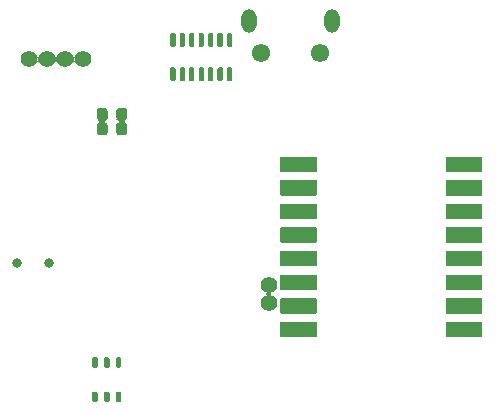
<source format=gbs>
G04 #@! TF.GenerationSoftware,KiCad,Pcbnew,(5.1.7)-1*
G04 #@! TF.CreationDate,2020-10-26T16:21:14+03:00*
G04 #@! TF.ProjectId,body_temp,626f6479-5f74-4656-9d70-2e6b69636164,rev?*
G04 #@! TF.SameCoordinates,Original*
G04 #@! TF.FileFunction,Soldermask,Bot*
G04 #@! TF.FilePolarity,Negative*
%FSLAX46Y46*%
G04 Gerber Fmt 4.6, Leading zero omitted, Abs format (unit mm)*
G04 Created by KiCad (PCBNEW (5.1.7)-1) date 2020-10-26 16:21:14*
%MOMM*%
%LPD*%
G01*
G04 APERTURE LIST*
%ADD10C,0.802000*%
%ADD11C,1.402000*%
%ADD12C,1.552000*%
%ADD13O,1.302000X2.002000*%
%ADD14C,0.100000*%
G04 APERTURE END LIST*
G36*
G01*
X24909500Y-48116000D02*
X25160500Y-48116000D01*
G75*
G02*
X25286000Y-48241500I0J-125500D01*
G01*
X25286000Y-48892500D01*
G75*
G02*
X25160500Y-49018000I-125500J0D01*
G01*
X24909500Y-49018000D01*
G75*
G02*
X24784000Y-48892500I0J125500D01*
G01*
X24784000Y-48241500D01*
G75*
G02*
X24909500Y-48116000I125500J0D01*
G01*
G37*
G36*
G01*
X25909500Y-48116000D02*
X26160500Y-48116000D01*
G75*
G02*
X26286000Y-48241500I0J-125500D01*
G01*
X26286000Y-48892500D01*
G75*
G02*
X26160500Y-49018000I-125500J0D01*
G01*
X25909500Y-49018000D01*
G75*
G02*
X25784000Y-48892500I0J125500D01*
G01*
X25784000Y-48241500D01*
G75*
G02*
X25909500Y-48116000I125500J0D01*
G01*
G37*
G36*
G01*
X26909500Y-48116000D02*
X27160500Y-48116000D01*
G75*
G02*
X27286000Y-48241500I0J-125500D01*
G01*
X27286000Y-48892500D01*
G75*
G02*
X27160500Y-49018000I-125500J0D01*
G01*
X26909500Y-49018000D01*
G75*
G02*
X26784000Y-48892500I0J125500D01*
G01*
X26784000Y-48241500D01*
G75*
G02*
X26909500Y-48116000I125500J0D01*
G01*
G37*
G36*
G01*
X26909500Y-45216000D02*
X27160500Y-45216000D01*
G75*
G02*
X27286000Y-45341500I0J-125500D01*
G01*
X27286000Y-45992500D01*
G75*
G02*
X27160500Y-46118000I-125500J0D01*
G01*
X26909500Y-46118000D01*
G75*
G02*
X26784000Y-45992500I0J125500D01*
G01*
X26784000Y-45341500D01*
G75*
G02*
X26909500Y-45216000I125500J0D01*
G01*
G37*
G36*
G01*
X25909500Y-45216000D02*
X26160500Y-45216000D01*
G75*
G02*
X26286000Y-45341500I0J-125500D01*
G01*
X26286000Y-45992500D01*
G75*
G02*
X26160500Y-46118000I-125500J0D01*
G01*
X25909500Y-46118000D01*
G75*
G02*
X25784000Y-45992500I0J125500D01*
G01*
X25784000Y-45341500D01*
G75*
G02*
X25909500Y-45216000I125500J0D01*
G01*
G37*
G36*
G01*
X24909500Y-45216000D02*
X25160500Y-45216000D01*
G75*
G02*
X25286000Y-45341500I0J-125500D01*
G01*
X25286000Y-45992500D01*
G75*
G02*
X25160500Y-46118000I-125500J0D01*
G01*
X24909500Y-46118000D01*
G75*
G02*
X24784000Y-45992500I0J125500D01*
G01*
X24784000Y-45341500D01*
G75*
G02*
X24909500Y-45216000I125500J0D01*
G01*
G37*
D10*
X18415000Y-37211000D03*
X21115000Y-37211000D03*
D11*
X23987000Y-20002500D03*
X22487000Y-20002500D03*
X20987000Y-20002500D03*
X19487000Y-20002500D03*
D12*
X44100000Y-19464000D03*
X39100000Y-19464000D03*
D13*
X45100000Y-16764000D03*
X38100000Y-16764000D03*
G36*
G01*
X57827000Y-42269999D02*
X57827000Y-43470001D01*
G75*
G02*
X57776001Y-43521000I-50999J0D01*
G01*
X54775999Y-43521000D01*
G75*
G02*
X54725000Y-43470001I0J50999D01*
G01*
X54725000Y-42269999D01*
G75*
G02*
X54775999Y-42219000I50999J0D01*
G01*
X57776001Y-42219000D01*
G75*
G02*
X57827000Y-42269999I0J-50999D01*
G01*
G37*
G36*
G01*
X57827000Y-40269999D02*
X57827000Y-41470001D01*
G75*
G02*
X57776001Y-41521000I-50999J0D01*
G01*
X54775999Y-41521000D01*
G75*
G02*
X54725000Y-41470001I0J50999D01*
G01*
X54725000Y-40269999D01*
G75*
G02*
X54775999Y-40219000I50999J0D01*
G01*
X57776001Y-40219000D01*
G75*
G02*
X57827000Y-40269999I0J-50999D01*
G01*
G37*
G36*
G01*
X57827000Y-38269999D02*
X57827000Y-39470001D01*
G75*
G02*
X57776001Y-39521000I-50999J0D01*
G01*
X54775999Y-39521000D01*
G75*
G02*
X54725000Y-39470001I0J50999D01*
G01*
X54725000Y-38269999D01*
G75*
G02*
X54775999Y-38219000I50999J0D01*
G01*
X57776001Y-38219000D01*
G75*
G02*
X57827000Y-38269999I0J-50999D01*
G01*
G37*
G36*
G01*
X57827000Y-36269999D02*
X57827000Y-37470001D01*
G75*
G02*
X57776001Y-37521000I-50999J0D01*
G01*
X54775999Y-37521000D01*
G75*
G02*
X54725000Y-37470001I0J50999D01*
G01*
X54725000Y-36269999D01*
G75*
G02*
X54775999Y-36219000I50999J0D01*
G01*
X57776001Y-36219000D01*
G75*
G02*
X57827000Y-36269999I0J-50999D01*
G01*
G37*
G36*
G01*
X57827000Y-34269999D02*
X57827000Y-35470001D01*
G75*
G02*
X57776001Y-35521000I-50999J0D01*
G01*
X54775999Y-35521000D01*
G75*
G02*
X54725000Y-35470001I0J50999D01*
G01*
X54725000Y-34269999D01*
G75*
G02*
X54775999Y-34219000I50999J0D01*
G01*
X57776001Y-34219000D01*
G75*
G02*
X57827000Y-34269999I0J-50999D01*
G01*
G37*
G36*
G01*
X57827000Y-32269999D02*
X57827000Y-33470001D01*
G75*
G02*
X57776001Y-33521000I-50999J0D01*
G01*
X54775999Y-33521000D01*
G75*
G02*
X54725000Y-33470001I0J50999D01*
G01*
X54725000Y-32269999D01*
G75*
G02*
X54775999Y-32219000I50999J0D01*
G01*
X57776001Y-32219000D01*
G75*
G02*
X57827000Y-32269999I0J-50999D01*
G01*
G37*
G36*
G01*
X57827000Y-30269999D02*
X57827000Y-31470001D01*
G75*
G02*
X57776001Y-31521000I-50999J0D01*
G01*
X54775999Y-31521000D01*
G75*
G02*
X54725000Y-31470001I0J50999D01*
G01*
X54725000Y-30269999D01*
G75*
G02*
X54775999Y-30219000I50999J0D01*
G01*
X57776001Y-30219000D01*
G75*
G02*
X57827000Y-30269999I0J-50999D01*
G01*
G37*
G36*
G01*
X57827000Y-28269999D02*
X57827000Y-29470001D01*
G75*
G02*
X57776001Y-29521000I-50999J0D01*
G01*
X54775999Y-29521000D01*
G75*
G02*
X54725000Y-29470001I0J50999D01*
G01*
X54725000Y-28269999D01*
G75*
G02*
X54775999Y-28219000I50999J0D01*
G01*
X57776001Y-28219000D01*
G75*
G02*
X57827000Y-28269999I0J-50999D01*
G01*
G37*
G36*
G01*
X43827000Y-28269999D02*
X43827000Y-29470001D01*
G75*
G02*
X43776001Y-29521000I-50999J0D01*
G01*
X40775999Y-29521000D01*
G75*
G02*
X40725000Y-29470001I0J50999D01*
G01*
X40725000Y-28269999D01*
G75*
G02*
X40775999Y-28219000I50999J0D01*
G01*
X43776001Y-28219000D01*
G75*
G02*
X43827000Y-28269999I0J-50999D01*
G01*
G37*
G36*
G01*
X43827000Y-30269999D02*
X43827000Y-31470001D01*
G75*
G02*
X43776001Y-31521000I-50999J0D01*
G01*
X40775999Y-31521000D01*
G75*
G02*
X40725000Y-31470001I0J50999D01*
G01*
X40725000Y-30269999D01*
G75*
G02*
X40775999Y-30219000I50999J0D01*
G01*
X43776001Y-30219000D01*
G75*
G02*
X43827000Y-30269999I0J-50999D01*
G01*
G37*
G36*
G01*
X43827000Y-32269999D02*
X43827000Y-33470001D01*
G75*
G02*
X43776001Y-33521000I-50999J0D01*
G01*
X40775999Y-33521000D01*
G75*
G02*
X40725000Y-33470001I0J50999D01*
G01*
X40725000Y-32269999D01*
G75*
G02*
X40775999Y-32219000I50999J0D01*
G01*
X43776001Y-32219000D01*
G75*
G02*
X43827000Y-32269999I0J-50999D01*
G01*
G37*
G36*
G01*
X43827000Y-34269999D02*
X43827000Y-35470001D01*
G75*
G02*
X43776001Y-35521000I-50999J0D01*
G01*
X40775999Y-35521000D01*
G75*
G02*
X40725000Y-35470001I0J50999D01*
G01*
X40725000Y-34269999D01*
G75*
G02*
X40775999Y-34219000I50999J0D01*
G01*
X43776001Y-34219000D01*
G75*
G02*
X43827000Y-34269999I0J-50999D01*
G01*
G37*
G36*
G01*
X43827000Y-36269999D02*
X43827000Y-37470001D01*
G75*
G02*
X43776001Y-37521000I-50999J0D01*
G01*
X40775999Y-37521000D01*
G75*
G02*
X40725000Y-37470001I0J50999D01*
G01*
X40725000Y-36269999D01*
G75*
G02*
X40775999Y-36219000I50999J0D01*
G01*
X43776001Y-36219000D01*
G75*
G02*
X43827000Y-36269999I0J-50999D01*
G01*
G37*
G36*
G01*
X43827000Y-38269999D02*
X43827000Y-39470001D01*
G75*
G02*
X43776001Y-39521000I-50999J0D01*
G01*
X40775999Y-39521000D01*
G75*
G02*
X40725000Y-39470001I0J50999D01*
G01*
X40725000Y-38269999D01*
G75*
G02*
X40775999Y-38219000I50999J0D01*
G01*
X43776001Y-38219000D01*
G75*
G02*
X43827000Y-38269999I0J-50999D01*
G01*
G37*
G36*
G01*
X43827000Y-40269999D02*
X43827000Y-41470001D01*
G75*
G02*
X43776001Y-41521000I-50999J0D01*
G01*
X40775999Y-41521000D01*
G75*
G02*
X40725000Y-41470001I0J50999D01*
G01*
X40725000Y-40269999D01*
G75*
G02*
X40775999Y-40219000I50999J0D01*
G01*
X43776001Y-40219000D01*
G75*
G02*
X43827000Y-40269999I0J-50999D01*
G01*
G37*
G36*
G01*
X43827000Y-42269999D02*
X43827000Y-43470001D01*
G75*
G02*
X43776001Y-43521000I-50999J0D01*
G01*
X40775999Y-43521000D01*
G75*
G02*
X40725000Y-43470001I0J50999D01*
G01*
X40725000Y-42269999D01*
G75*
G02*
X40775999Y-42219000I50999J0D01*
G01*
X43776001Y-42219000D01*
G75*
G02*
X43827000Y-42269999I0J-50999D01*
G01*
G37*
D11*
X39751000Y-40616000D03*
X39751000Y-39116000D03*
G36*
G01*
X36549000Y-18959000D02*
X36323000Y-18959000D01*
G75*
G02*
X36210000Y-18846000I0J113000D01*
G01*
X36210000Y-17870000D01*
G75*
G02*
X36323000Y-17757000I113000J0D01*
G01*
X36549000Y-17757000D01*
G75*
G02*
X36662000Y-17870000I0J-113000D01*
G01*
X36662000Y-18846000D01*
G75*
G02*
X36549000Y-18959000I-113000J0D01*
G01*
G37*
G36*
G01*
X35749000Y-18959000D02*
X35523000Y-18959000D01*
G75*
G02*
X35410000Y-18846000I0J113000D01*
G01*
X35410000Y-17870000D01*
G75*
G02*
X35523000Y-17757000I113000J0D01*
G01*
X35749000Y-17757000D01*
G75*
G02*
X35862000Y-17870000I0J-113000D01*
G01*
X35862000Y-18846000D01*
G75*
G02*
X35749000Y-18959000I-113000J0D01*
G01*
G37*
G36*
G01*
X34949000Y-18959000D02*
X34723000Y-18959000D01*
G75*
G02*
X34610000Y-18846000I0J113000D01*
G01*
X34610000Y-17870000D01*
G75*
G02*
X34723000Y-17757000I113000J0D01*
G01*
X34949000Y-17757000D01*
G75*
G02*
X35062000Y-17870000I0J-113000D01*
G01*
X35062000Y-18846000D01*
G75*
G02*
X34949000Y-18959000I-113000J0D01*
G01*
G37*
G36*
G01*
X34149000Y-18959000D02*
X33923000Y-18959000D01*
G75*
G02*
X33810000Y-18846000I0J113000D01*
G01*
X33810000Y-17870000D01*
G75*
G02*
X33923000Y-17757000I113000J0D01*
G01*
X34149000Y-17757000D01*
G75*
G02*
X34262000Y-17870000I0J-113000D01*
G01*
X34262000Y-18846000D01*
G75*
G02*
X34149000Y-18959000I-113000J0D01*
G01*
G37*
G36*
G01*
X33349000Y-18959000D02*
X33123000Y-18959000D01*
G75*
G02*
X33010000Y-18846000I0J113000D01*
G01*
X33010000Y-17870000D01*
G75*
G02*
X33123000Y-17757000I113000J0D01*
G01*
X33349000Y-17757000D01*
G75*
G02*
X33462000Y-17870000I0J-113000D01*
G01*
X33462000Y-18846000D01*
G75*
G02*
X33349000Y-18959000I-113000J0D01*
G01*
G37*
G36*
G01*
X32549000Y-18959000D02*
X32323000Y-18959000D01*
G75*
G02*
X32210000Y-18846000I0J113000D01*
G01*
X32210000Y-17870000D01*
G75*
G02*
X32323000Y-17757000I113000J0D01*
G01*
X32549000Y-17757000D01*
G75*
G02*
X32662000Y-17870000I0J-113000D01*
G01*
X32662000Y-18846000D01*
G75*
G02*
X32549000Y-18959000I-113000J0D01*
G01*
G37*
G36*
G01*
X31749000Y-18959000D02*
X31523000Y-18959000D01*
G75*
G02*
X31410000Y-18846000I0J113000D01*
G01*
X31410000Y-17870000D01*
G75*
G02*
X31523000Y-17757000I113000J0D01*
G01*
X31749000Y-17757000D01*
G75*
G02*
X31862000Y-17870000I0J-113000D01*
G01*
X31862000Y-18846000D01*
G75*
G02*
X31749000Y-18959000I-113000J0D01*
G01*
G37*
G36*
G01*
X31749000Y-21867000D02*
X31523000Y-21867000D01*
G75*
G02*
X31410000Y-21754000I0J113000D01*
G01*
X31410000Y-20778000D01*
G75*
G02*
X31523000Y-20665000I113000J0D01*
G01*
X31749000Y-20665000D01*
G75*
G02*
X31862000Y-20778000I0J-113000D01*
G01*
X31862000Y-21754000D01*
G75*
G02*
X31749000Y-21867000I-113000J0D01*
G01*
G37*
G36*
G01*
X32549000Y-21867000D02*
X32323000Y-21867000D01*
G75*
G02*
X32210000Y-21754000I0J113000D01*
G01*
X32210000Y-20778000D01*
G75*
G02*
X32323000Y-20665000I113000J0D01*
G01*
X32549000Y-20665000D01*
G75*
G02*
X32662000Y-20778000I0J-113000D01*
G01*
X32662000Y-21754000D01*
G75*
G02*
X32549000Y-21867000I-113000J0D01*
G01*
G37*
G36*
G01*
X33349000Y-21867000D02*
X33123000Y-21867000D01*
G75*
G02*
X33010000Y-21754000I0J113000D01*
G01*
X33010000Y-20778000D01*
G75*
G02*
X33123000Y-20665000I113000J0D01*
G01*
X33349000Y-20665000D01*
G75*
G02*
X33462000Y-20778000I0J-113000D01*
G01*
X33462000Y-21754000D01*
G75*
G02*
X33349000Y-21867000I-113000J0D01*
G01*
G37*
G36*
G01*
X34149000Y-21867000D02*
X33923000Y-21867000D01*
G75*
G02*
X33810000Y-21754000I0J113000D01*
G01*
X33810000Y-20778000D01*
G75*
G02*
X33923000Y-20665000I113000J0D01*
G01*
X34149000Y-20665000D01*
G75*
G02*
X34262000Y-20778000I0J-113000D01*
G01*
X34262000Y-21754000D01*
G75*
G02*
X34149000Y-21867000I-113000J0D01*
G01*
G37*
G36*
G01*
X34949000Y-21867000D02*
X34723000Y-21867000D01*
G75*
G02*
X34610000Y-21754000I0J113000D01*
G01*
X34610000Y-20778000D01*
G75*
G02*
X34723000Y-20665000I113000J0D01*
G01*
X34949000Y-20665000D01*
G75*
G02*
X35062000Y-20778000I0J-113000D01*
G01*
X35062000Y-21754000D01*
G75*
G02*
X34949000Y-21867000I-113000J0D01*
G01*
G37*
G36*
G01*
X35749000Y-21867000D02*
X35523000Y-21867000D01*
G75*
G02*
X35410000Y-21754000I0J113000D01*
G01*
X35410000Y-20778000D01*
G75*
G02*
X35523000Y-20665000I113000J0D01*
G01*
X35749000Y-20665000D01*
G75*
G02*
X35862000Y-20778000I0J-113000D01*
G01*
X35862000Y-21754000D01*
G75*
G02*
X35749000Y-21867000I-113000J0D01*
G01*
G37*
G36*
G01*
X36549000Y-21867000D02*
X36323000Y-21867000D01*
G75*
G02*
X36210000Y-21754000I0J113000D01*
G01*
X36210000Y-20778000D01*
G75*
G02*
X36323000Y-20665000I113000J0D01*
G01*
X36549000Y-20665000D01*
G75*
G02*
X36662000Y-20778000I0J-113000D01*
G01*
X36662000Y-21754000D01*
G75*
G02*
X36549000Y-21867000I-113000J0D01*
G01*
G37*
G36*
G01*
X26106000Y-25607500D02*
X26106000Y-26208500D01*
G75*
G02*
X25880500Y-26434000I-225500J0D01*
G01*
X25429500Y-26434000D01*
G75*
G02*
X25204000Y-26208500I0J225500D01*
G01*
X25204000Y-25607500D01*
G75*
G02*
X25429500Y-25382000I225500J0D01*
G01*
X25880500Y-25382000D01*
G75*
G02*
X26106000Y-25607500I0J-225500D01*
G01*
G37*
G36*
G01*
X27756000Y-25607500D02*
X27756000Y-26208500D01*
G75*
G02*
X27530500Y-26434000I-225500J0D01*
G01*
X27079500Y-26434000D01*
G75*
G02*
X26854000Y-26208500I0J225500D01*
G01*
X26854000Y-25607500D01*
G75*
G02*
X27079500Y-25382000I225500J0D01*
G01*
X27530500Y-25382000D01*
G75*
G02*
X27756000Y-25607500I0J-225500D01*
G01*
G37*
G36*
G01*
X26106000Y-24337500D02*
X26106000Y-24938500D01*
G75*
G02*
X25880500Y-25164000I-225500J0D01*
G01*
X25429500Y-25164000D01*
G75*
G02*
X25204000Y-24938500I0J225500D01*
G01*
X25204000Y-24337500D01*
G75*
G02*
X25429500Y-24112000I225500J0D01*
G01*
X25880500Y-24112000D01*
G75*
G02*
X26106000Y-24337500I0J-225500D01*
G01*
G37*
G36*
G01*
X27756000Y-24337500D02*
X27756000Y-24938500D01*
G75*
G02*
X27530500Y-25164000I-225500J0D01*
G01*
X27079500Y-25164000D01*
G75*
G02*
X26854000Y-24938500I0J225500D01*
G01*
X26854000Y-24337500D01*
G75*
G02*
X27079500Y-24112000I225500J0D01*
G01*
X27530500Y-24112000D01*
G75*
G02*
X27756000Y-24337500I0J-225500D01*
G01*
G37*
D14*
G36*
X40036350Y-39751825D02*
G01*
X40037115Y-39753673D01*
X40036075Y-39755176D01*
X40020056Y-39763738D01*
X40001419Y-39779034D01*
X39986124Y-39797671D01*
X39974759Y-39818934D01*
X39967759Y-39842009D01*
X39965396Y-39866001D01*
X39967759Y-39889992D01*
X39974759Y-39913067D01*
X39986124Y-39934330D01*
X40001420Y-39952967D01*
X40020057Y-39968262D01*
X40036076Y-39976824D01*
X40037132Y-39978523D01*
X40036189Y-39980286D01*
X40034368Y-39980436D01*
X39953908Y-39947109D01*
X39819511Y-39920376D01*
X39682489Y-39920376D01*
X39548092Y-39947109D01*
X39467633Y-39980436D01*
X39465650Y-39980175D01*
X39464885Y-39978327D01*
X39465925Y-39976824D01*
X39481944Y-39968262D01*
X39500581Y-39952966D01*
X39515876Y-39934329D01*
X39527241Y-39913066D01*
X39534241Y-39889991D01*
X39536604Y-39865999D01*
X39534241Y-39842008D01*
X39527241Y-39818933D01*
X39515876Y-39797670D01*
X39500580Y-39779033D01*
X39481943Y-39763738D01*
X39465924Y-39755176D01*
X39464868Y-39753477D01*
X39465811Y-39751714D01*
X39467632Y-39751564D01*
X39548092Y-39784891D01*
X39682489Y-39811624D01*
X39819511Y-39811624D01*
X39953908Y-39784891D01*
X40034367Y-39751564D01*
X40036350Y-39751825D01*
G37*
G36*
X26107165Y-24936874D02*
G01*
X26108000Y-24938500D01*
X26108000Y-24994860D01*
X26107990Y-24995056D01*
X26104265Y-25032879D01*
X26104189Y-25033264D01*
X26094948Y-25063724D01*
X26094798Y-25064086D01*
X26079790Y-25092166D01*
X26079572Y-25092492D01*
X26059377Y-25117100D01*
X26059100Y-25117377D01*
X26034492Y-25137572D01*
X26034166Y-25137790D01*
X26006087Y-25152798D01*
X26005725Y-25152948D01*
X25998070Y-25155270D01*
X25975706Y-25164534D01*
X25955658Y-25177929D01*
X25938612Y-25194977D01*
X25925217Y-25215024D01*
X25915991Y-25237298D01*
X25911287Y-25260948D01*
X25911287Y-25285054D01*
X25915992Y-25308705D01*
X25925218Y-25330978D01*
X25938613Y-25351026D01*
X25955661Y-25368072D01*
X25975708Y-25381467D01*
X25998070Y-25390730D01*
X26005725Y-25393052D01*
X26006087Y-25393202D01*
X26034166Y-25408210D01*
X26034492Y-25408428D01*
X26059100Y-25428623D01*
X26059377Y-25428900D01*
X26079572Y-25453508D01*
X26079790Y-25453834D01*
X26094798Y-25481914D01*
X26094948Y-25482276D01*
X26104189Y-25512736D01*
X26104265Y-25513121D01*
X26107990Y-25550944D01*
X26108000Y-25551140D01*
X26108000Y-25607500D01*
X26107000Y-25609232D01*
X26105000Y-25609232D01*
X26104010Y-25607696D01*
X26099697Y-25563902D01*
X26086978Y-25521974D01*
X26066325Y-25483335D01*
X26038532Y-25449468D01*
X26004665Y-25421675D01*
X25966026Y-25401022D01*
X25924098Y-25388303D01*
X25880406Y-25384000D01*
X25429594Y-25384000D01*
X25385902Y-25388303D01*
X25343974Y-25401022D01*
X25305335Y-25421675D01*
X25271468Y-25449468D01*
X25243675Y-25483335D01*
X25223022Y-25521974D01*
X25210303Y-25563902D01*
X25205990Y-25607696D01*
X25204825Y-25609322D01*
X25202835Y-25609126D01*
X25202000Y-25607500D01*
X25202000Y-25551140D01*
X25202010Y-25550944D01*
X25205735Y-25513121D01*
X25205811Y-25512736D01*
X25215052Y-25482276D01*
X25215202Y-25481914D01*
X25230210Y-25453834D01*
X25230428Y-25453508D01*
X25250623Y-25428900D01*
X25250900Y-25428623D01*
X25275508Y-25408428D01*
X25275834Y-25408210D01*
X25303913Y-25393202D01*
X25304275Y-25393052D01*
X25311930Y-25390730D01*
X25334294Y-25381466D01*
X25354342Y-25368071D01*
X25371388Y-25351023D01*
X25384783Y-25330976D01*
X25394009Y-25308702D01*
X25398713Y-25285052D01*
X25398713Y-25260946D01*
X25394008Y-25237295D01*
X25384782Y-25215022D01*
X25371387Y-25194974D01*
X25354339Y-25177928D01*
X25334292Y-25164533D01*
X25311930Y-25155270D01*
X25304275Y-25152948D01*
X25303913Y-25152798D01*
X25275834Y-25137790D01*
X25275508Y-25137572D01*
X25250900Y-25117377D01*
X25250623Y-25117100D01*
X25230428Y-25092492D01*
X25230210Y-25092166D01*
X25215202Y-25064086D01*
X25215052Y-25063724D01*
X25205811Y-25033264D01*
X25205735Y-25032879D01*
X25202010Y-24995056D01*
X25202000Y-24994860D01*
X25202000Y-24938500D01*
X25203000Y-24936768D01*
X25205000Y-24936768D01*
X25205990Y-24938304D01*
X25210303Y-24982098D01*
X25223022Y-25024026D01*
X25243675Y-25062665D01*
X25271468Y-25096532D01*
X25305335Y-25124325D01*
X25343974Y-25144978D01*
X25385902Y-25157697D01*
X25429594Y-25162000D01*
X25880406Y-25162000D01*
X25924098Y-25157697D01*
X25966026Y-25144978D01*
X26004665Y-25124325D01*
X26038532Y-25096532D01*
X26066325Y-25062665D01*
X26086978Y-25024026D01*
X26099697Y-24982098D01*
X26104010Y-24938304D01*
X26105175Y-24936678D01*
X26107165Y-24936874D01*
G37*
G36*
X27757165Y-24936874D02*
G01*
X27758000Y-24938500D01*
X27758000Y-24994860D01*
X27757990Y-24995056D01*
X27754265Y-25032879D01*
X27754189Y-25033264D01*
X27744948Y-25063724D01*
X27744798Y-25064086D01*
X27729790Y-25092166D01*
X27729572Y-25092492D01*
X27709377Y-25117100D01*
X27709100Y-25117377D01*
X27684492Y-25137572D01*
X27684166Y-25137790D01*
X27656087Y-25152798D01*
X27655725Y-25152948D01*
X27648070Y-25155270D01*
X27625706Y-25164534D01*
X27605658Y-25177929D01*
X27588612Y-25194977D01*
X27575217Y-25215024D01*
X27565991Y-25237298D01*
X27561287Y-25260948D01*
X27561287Y-25285054D01*
X27565992Y-25308705D01*
X27575218Y-25330978D01*
X27588613Y-25351026D01*
X27605661Y-25368072D01*
X27625708Y-25381467D01*
X27648070Y-25390730D01*
X27655725Y-25393052D01*
X27656087Y-25393202D01*
X27684166Y-25408210D01*
X27684492Y-25408428D01*
X27709100Y-25428623D01*
X27709377Y-25428900D01*
X27729572Y-25453508D01*
X27729790Y-25453834D01*
X27744798Y-25481914D01*
X27744948Y-25482276D01*
X27754189Y-25512736D01*
X27754265Y-25513121D01*
X27757990Y-25550944D01*
X27758000Y-25551140D01*
X27758000Y-25607500D01*
X27757000Y-25609232D01*
X27755000Y-25609232D01*
X27754010Y-25607696D01*
X27749697Y-25563902D01*
X27736978Y-25521974D01*
X27716325Y-25483335D01*
X27688532Y-25449468D01*
X27654665Y-25421675D01*
X27616026Y-25401022D01*
X27574098Y-25388303D01*
X27530406Y-25384000D01*
X27079594Y-25384000D01*
X27035902Y-25388303D01*
X26993974Y-25401022D01*
X26955335Y-25421675D01*
X26921468Y-25449468D01*
X26893675Y-25483335D01*
X26873022Y-25521974D01*
X26860303Y-25563902D01*
X26855990Y-25607696D01*
X26854825Y-25609322D01*
X26852835Y-25609126D01*
X26852000Y-25607500D01*
X26852000Y-25551140D01*
X26852010Y-25550944D01*
X26855735Y-25513121D01*
X26855811Y-25512736D01*
X26865052Y-25482276D01*
X26865202Y-25481914D01*
X26880210Y-25453834D01*
X26880428Y-25453508D01*
X26900623Y-25428900D01*
X26900900Y-25428623D01*
X26925508Y-25408428D01*
X26925834Y-25408210D01*
X26953913Y-25393202D01*
X26954275Y-25393052D01*
X26961930Y-25390730D01*
X26984294Y-25381466D01*
X27004342Y-25368071D01*
X27021388Y-25351023D01*
X27034783Y-25330976D01*
X27044009Y-25308702D01*
X27048713Y-25285052D01*
X27048713Y-25260946D01*
X27044008Y-25237295D01*
X27034782Y-25215022D01*
X27021387Y-25194974D01*
X27004339Y-25177928D01*
X26984292Y-25164533D01*
X26961930Y-25155270D01*
X26954275Y-25152948D01*
X26953913Y-25152798D01*
X26925834Y-25137790D01*
X26925508Y-25137572D01*
X26900900Y-25117377D01*
X26900623Y-25117100D01*
X26880428Y-25092492D01*
X26880210Y-25092166D01*
X26865202Y-25064086D01*
X26865052Y-25063724D01*
X26855811Y-25033264D01*
X26855735Y-25032879D01*
X26852010Y-24995056D01*
X26852000Y-24994860D01*
X26852000Y-24938500D01*
X26853000Y-24936768D01*
X26855000Y-24936768D01*
X26855990Y-24938304D01*
X26860303Y-24982098D01*
X26873022Y-25024026D01*
X26893675Y-25062665D01*
X26921468Y-25096532D01*
X26955335Y-25124325D01*
X26993974Y-25144978D01*
X27035902Y-25157697D01*
X27079594Y-25162000D01*
X27530406Y-25162000D01*
X27574098Y-25157697D01*
X27616026Y-25144978D01*
X27654665Y-25124325D01*
X27688532Y-25096532D01*
X27716325Y-25062665D01*
X27736978Y-25024026D01*
X27749697Y-24982098D01*
X27754010Y-24938304D01*
X27755175Y-24936678D01*
X27757165Y-24936874D01*
G37*
G36*
X23351286Y-19717311D02*
G01*
X23351436Y-19719132D01*
X23318109Y-19799592D01*
X23291376Y-19933989D01*
X23291376Y-20071011D01*
X23318109Y-20205408D01*
X23351436Y-20285867D01*
X23351175Y-20287850D01*
X23349327Y-20288615D01*
X23347824Y-20287575D01*
X23339262Y-20271556D01*
X23323966Y-20252919D01*
X23305329Y-20237624D01*
X23284066Y-20226259D01*
X23260991Y-20219259D01*
X23236999Y-20216896D01*
X23213008Y-20219259D01*
X23189933Y-20226259D01*
X23168670Y-20237624D01*
X23150033Y-20252920D01*
X23134738Y-20271557D01*
X23126176Y-20287576D01*
X23124477Y-20288632D01*
X23122714Y-20287689D01*
X23122564Y-20285868D01*
X23155891Y-20205408D01*
X23182624Y-20071011D01*
X23182624Y-19933989D01*
X23155891Y-19799592D01*
X23122564Y-19719133D01*
X23122825Y-19717150D01*
X23124673Y-19716385D01*
X23126176Y-19717425D01*
X23134738Y-19733444D01*
X23150034Y-19752081D01*
X23168671Y-19767376D01*
X23189934Y-19778741D01*
X23213009Y-19785741D01*
X23237001Y-19788104D01*
X23260992Y-19785741D01*
X23284067Y-19778741D01*
X23305330Y-19767376D01*
X23323967Y-19752080D01*
X23339262Y-19733443D01*
X23347824Y-19717424D01*
X23349523Y-19716368D01*
X23351286Y-19717311D01*
G37*
G36*
X20351286Y-19717311D02*
G01*
X20351436Y-19719132D01*
X20318109Y-19799592D01*
X20291376Y-19933989D01*
X20291376Y-20071011D01*
X20318109Y-20205408D01*
X20351436Y-20285867D01*
X20351175Y-20287850D01*
X20349327Y-20288615D01*
X20347824Y-20287575D01*
X20339262Y-20271556D01*
X20323966Y-20252919D01*
X20305329Y-20237624D01*
X20284066Y-20226259D01*
X20260991Y-20219259D01*
X20236999Y-20216896D01*
X20213008Y-20219259D01*
X20189933Y-20226259D01*
X20168670Y-20237624D01*
X20150033Y-20252920D01*
X20134738Y-20271557D01*
X20126176Y-20287576D01*
X20124477Y-20288632D01*
X20122714Y-20287689D01*
X20122564Y-20285868D01*
X20155891Y-20205408D01*
X20182624Y-20071011D01*
X20182624Y-19933989D01*
X20155891Y-19799592D01*
X20122564Y-19719133D01*
X20122825Y-19717150D01*
X20124673Y-19716385D01*
X20126176Y-19717425D01*
X20134738Y-19733444D01*
X20150034Y-19752081D01*
X20168671Y-19767376D01*
X20189934Y-19778741D01*
X20213009Y-19785741D01*
X20237001Y-19788104D01*
X20260992Y-19785741D01*
X20284067Y-19778741D01*
X20305330Y-19767376D01*
X20323967Y-19752080D01*
X20339262Y-19733443D01*
X20347824Y-19717424D01*
X20349523Y-19716368D01*
X20351286Y-19717311D01*
G37*
G36*
X21851286Y-19717311D02*
G01*
X21851436Y-19719132D01*
X21818109Y-19799592D01*
X21791376Y-19933989D01*
X21791376Y-20071011D01*
X21818109Y-20205408D01*
X21851436Y-20285867D01*
X21851175Y-20287850D01*
X21849327Y-20288615D01*
X21847824Y-20287575D01*
X21839262Y-20271556D01*
X21823966Y-20252919D01*
X21805329Y-20237624D01*
X21784066Y-20226259D01*
X21760991Y-20219259D01*
X21736999Y-20216896D01*
X21713008Y-20219259D01*
X21689933Y-20226259D01*
X21668670Y-20237624D01*
X21650033Y-20252920D01*
X21634738Y-20271557D01*
X21626176Y-20287576D01*
X21624477Y-20288632D01*
X21622714Y-20287689D01*
X21622564Y-20285868D01*
X21655891Y-20205408D01*
X21682624Y-20071011D01*
X21682624Y-19933989D01*
X21655891Y-19799592D01*
X21622564Y-19719133D01*
X21622825Y-19717150D01*
X21624673Y-19716385D01*
X21626176Y-19717425D01*
X21634738Y-19733444D01*
X21650034Y-19752081D01*
X21668671Y-19767376D01*
X21689934Y-19778741D01*
X21713009Y-19785741D01*
X21737001Y-19788104D01*
X21760992Y-19785741D01*
X21784067Y-19778741D01*
X21805330Y-19767376D01*
X21823967Y-19752080D01*
X21839262Y-19733443D01*
X21847824Y-19717424D01*
X21849523Y-19716368D01*
X21851286Y-19717311D01*
G37*
M02*

</source>
